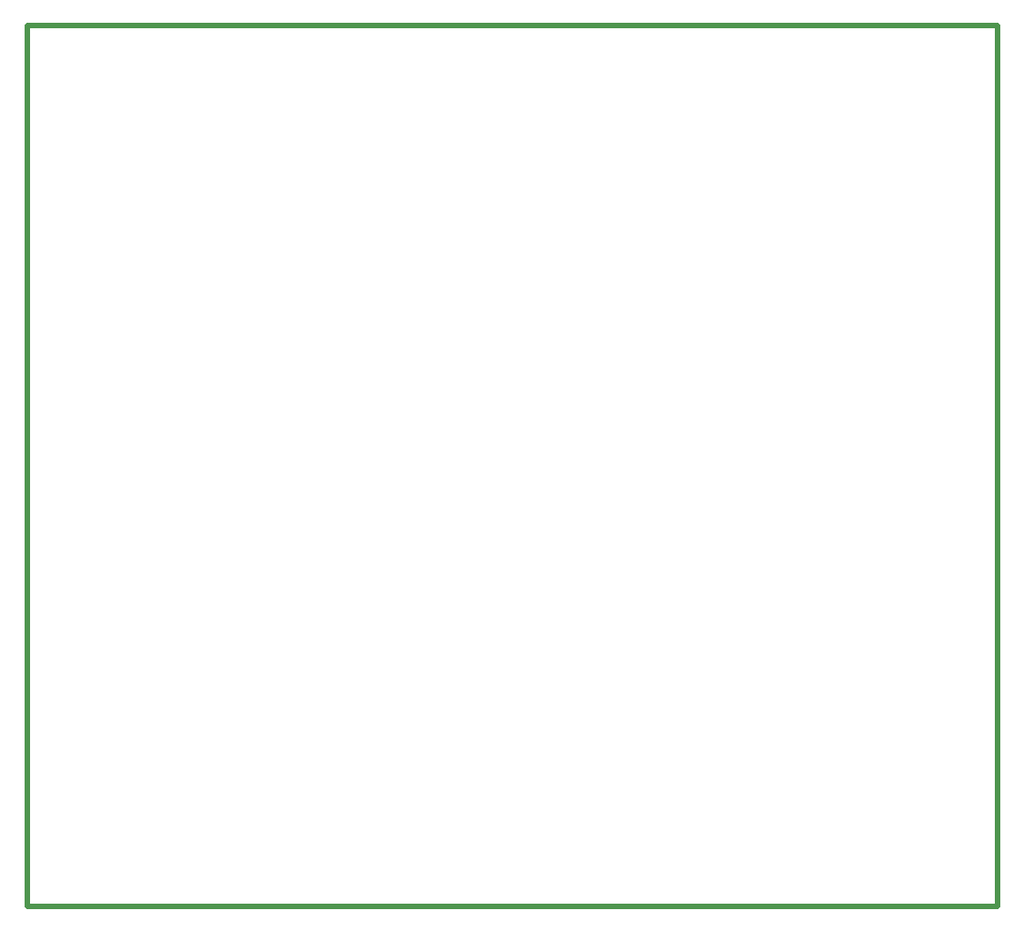
<source format=gm1>
G04*
G04 #@! TF.GenerationSoftware,Altium Limited,Altium Designer,24.2.2 (26)*
G04*
G04 Layer_Color=16711935*
%FSLAX25Y25*%
%MOIN*%
G70*
G04*
G04 #@! TF.SameCoordinates,39AFF50E-F897-457A-A01D-6F320B20273F*
G04*
G04*
G04 #@! TF.FilePolarity,Positive*
G04*
G01*
G75*
%ADD46C,0.01968*%
D46*
X0Y0D02*
Y322400D01*
Y0D02*
X355000D01*
Y322400D01*
X13300D02*
X355000D01*
X0D02*
X13300D01*
M02*

</source>
